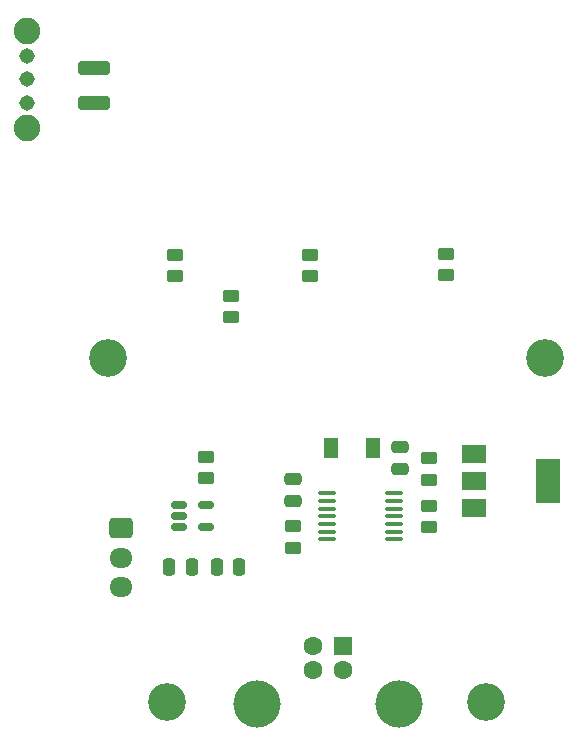
<source format=gbr>
%TF.GenerationSoftware,KiCad,Pcbnew,(6.0.0)*%
%TF.CreationDate,2022-11-21T18:04:57+01:00*%
%TF.ProjectId,fanali_coda_treno,66616e61-6c69-45f6-936f-64615f747265,rev?*%
%TF.SameCoordinates,Original*%
%TF.FileFunction,Soldermask,Top*%
%TF.FilePolarity,Negative*%
%FSLAX46Y46*%
G04 Gerber Fmt 4.6, Leading zero omitted, Abs format (unit mm)*
G04 Created by KiCad (PCBNEW (6.0.0)) date 2022-11-21 18:04:57*
%MOMM*%
%LPD*%
G01*
G04 APERTURE LIST*
G04 Aperture macros list*
%AMRoundRect*
0 Rectangle with rounded corners*
0 $1 Rounding radius*
0 $2 $3 $4 $5 $6 $7 $8 $9 X,Y pos of 4 corners*
0 Add a 4 corners polygon primitive as box body*
4,1,4,$2,$3,$4,$5,$6,$7,$8,$9,$2,$3,0*
0 Add four circle primitives for the rounded corners*
1,1,$1+$1,$2,$3*
1,1,$1+$1,$4,$5*
1,1,$1+$1,$6,$7*
1,1,$1+$1,$8,$9*
0 Add four rect primitives between the rounded corners*
20,1,$1+$1,$2,$3,$4,$5,0*
20,1,$1+$1,$4,$5,$6,$7,0*
20,1,$1+$1,$6,$7,$8,$9,0*
20,1,$1+$1,$8,$9,$2,$3,0*%
G04 Aperture macros list end*
%ADD10R,1.600000X1.600000*%
%ADD11C,1.600000*%
%ADD12C,4.000000*%
%ADD13RoundRect,0.250000X-0.450000X0.262500X-0.450000X-0.262500X0.450000X-0.262500X0.450000X0.262500X0*%
%ADD14RoundRect,0.250000X0.475000X-0.250000X0.475000X0.250000X-0.475000X0.250000X-0.475000X-0.250000X0*%
%ADD15C,3.200000*%
%ADD16RoundRect,0.250000X1.100000X-0.325000X1.100000X0.325000X-1.100000X0.325000X-1.100000X-0.325000X0*%
%ADD17RoundRect,0.250000X0.250000X0.475000X-0.250000X0.475000X-0.250000X-0.475000X0.250000X-0.475000X0*%
%ADD18RoundRect,0.250000X-0.250000X-0.475000X0.250000X-0.475000X0.250000X0.475000X-0.250000X0.475000X0*%
%ADD19RoundRect,0.100000X-0.637500X-0.100000X0.637500X-0.100000X0.637500X0.100000X-0.637500X0.100000X0*%
%ADD20R,2.000000X1.500000*%
%ADD21R,2.000000X3.800000*%
%ADD22RoundRect,0.250000X0.450000X-0.262500X0.450000X0.262500X-0.450000X0.262500X-0.450000X-0.262500X0*%
%ADD23R,1.300000X1.700000*%
%ADD24RoundRect,0.150000X-0.512500X-0.150000X0.512500X-0.150000X0.512500X0.150000X-0.512500X0.150000X0*%
%ADD25RoundRect,0.250000X-0.725000X0.600000X-0.725000X-0.600000X0.725000X-0.600000X0.725000X0.600000X0*%
%ADD26O,1.950000X1.700000*%
%ADD27C,1.308000*%
%ADD28C,2.250000*%
G04 APERTURE END LIST*
D10*
%TO.C,J1*%
X32000000Y-66000000D03*
D11*
X29500000Y-66000000D03*
X29500000Y-68000000D03*
X32000000Y-68000000D03*
D12*
X24750000Y-70860000D03*
X36750000Y-70860000D03*
%TD*%
D13*
%TO.C,R4*%
X29250000Y-32837500D03*
X29250000Y-34662500D03*
%TD*%
D14*
%TO.C,C2*%
X27750000Y-53700000D03*
X27750000Y-51800000D03*
%TD*%
D15*
%TO.C,H5*%
X49120000Y-41560000D03*
%TD*%
D16*
%TO.C,C5*%
X10960000Y-19985000D03*
X10960000Y-17035000D03*
%TD*%
D15*
%TO.C,H2*%
X12120000Y-41560000D03*
%TD*%
D17*
%TO.C,C4*%
X19200000Y-59250000D03*
X17300000Y-59250000D03*
%TD*%
D13*
%TO.C,R7*%
X40750000Y-32777500D03*
X40750000Y-34602500D03*
%TD*%
D18*
%TO.C,C3*%
X21300000Y-59250000D03*
X23200000Y-59250000D03*
%TD*%
D13*
%TO.C,R2*%
X27750000Y-55837500D03*
X27750000Y-57662500D03*
%TD*%
D19*
%TO.C,U1*%
X30637500Y-53050000D03*
X30637500Y-53700000D03*
X30637500Y-54350000D03*
X30637500Y-55000000D03*
X30637500Y-55650000D03*
X30637500Y-56300000D03*
X30637500Y-56950000D03*
X36362500Y-56950000D03*
X36362500Y-56300000D03*
X36362500Y-55650000D03*
X36362500Y-55000000D03*
X36362500Y-54350000D03*
X36362500Y-53700000D03*
X36362500Y-53050000D03*
%TD*%
D20*
%TO.C,Q1*%
X43100000Y-49700000D03*
X43100000Y-52000000D03*
X43100000Y-54300000D03*
D21*
X49400000Y-52000000D03*
%TD*%
D22*
%TO.C,R3*%
X39250000Y-55912500D03*
X39250000Y-54087500D03*
%TD*%
D15*
%TO.C,H3*%
X17130000Y-70750000D03*
%TD*%
D23*
%TO.C,D1*%
X31016000Y-49250000D03*
X34516000Y-49250000D03*
%TD*%
D24*
%TO.C,U2*%
X18162500Y-54020000D03*
X18162500Y-54970000D03*
X18162500Y-55920000D03*
X20437500Y-55920000D03*
X20437500Y-54020000D03*
%TD*%
D15*
%TO.C,H4*%
X44130000Y-70750000D03*
%TD*%
D14*
%TO.C,C1*%
X36860000Y-51010000D03*
X36860000Y-49110000D03*
%TD*%
D13*
%TO.C,R8*%
X17750000Y-32837500D03*
X17750000Y-34662500D03*
%TD*%
D22*
%TO.C,R5*%
X20410000Y-51780000D03*
X20410000Y-49955000D03*
%TD*%
%TO.C,R1*%
X39250000Y-51912500D03*
X39250000Y-50087500D03*
%TD*%
D25*
%TO.C,J2*%
X13250000Y-56000000D03*
D26*
X13250000Y-58500000D03*
X13250000Y-61000000D03*
%TD*%
D13*
%TO.C,R6*%
X22500000Y-36337500D03*
X22500000Y-38162500D03*
%TD*%
D27*
%TO.C,SW1*%
X5255750Y-16000000D03*
X5255750Y-18000000D03*
X5255750Y-20000000D03*
D28*
X5255750Y-13900000D03*
X5255750Y-22100000D03*
%TD*%
M02*

</source>
